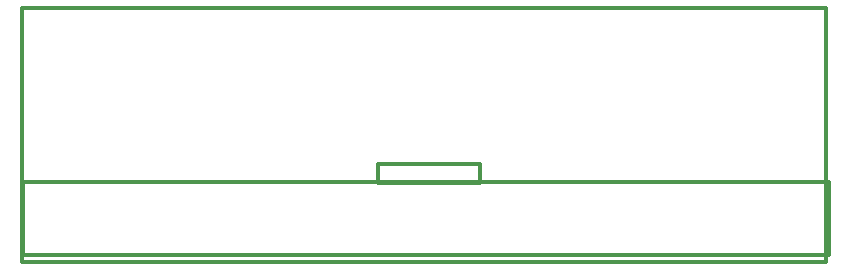
<source format=gbr>
G04 DesignSpark PCB Gerber Version 11.0 Build 5877*
%FSLAX35Y35*%
%MOIN*%
%ADD10C,0.01200*%
X0Y0D02*
D02*
D10*
X1083Y600D02*
X269075D01*
Y85314D01*
X1083D01*
Y600D01*
X1324Y27171D02*
Y2788D01*
X270159D01*
Y27171D01*
X1324D01*
X119799Y33110D02*
X153872D01*
Y26858D01*
X119799D01*
Y33110D01*
X0Y0D02*
M02*

</source>
